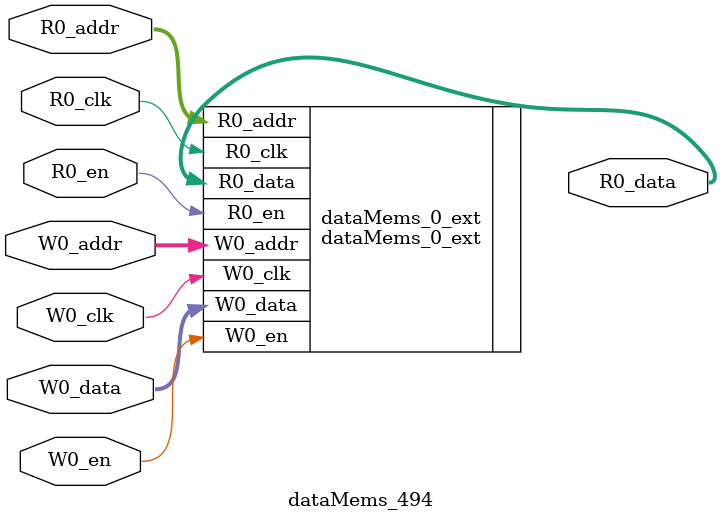
<source format=sv>
`ifndef RANDOMIZE
  `ifdef RANDOMIZE_REG_INIT
    `define RANDOMIZE
  `endif // RANDOMIZE_REG_INIT
`endif // not def RANDOMIZE
`ifndef RANDOMIZE
  `ifdef RANDOMIZE_MEM_INIT
    `define RANDOMIZE
  `endif // RANDOMIZE_MEM_INIT
`endif // not def RANDOMIZE

`ifndef RANDOM
  `define RANDOM $random
`endif // not def RANDOM

// Users can define 'PRINTF_COND' to add an extra gate to prints.
`ifndef PRINTF_COND_
  `ifdef PRINTF_COND
    `define PRINTF_COND_ (`PRINTF_COND)
  `else  // PRINTF_COND
    `define PRINTF_COND_ 1
  `endif // PRINTF_COND
`endif // not def PRINTF_COND_

// Users can define 'ASSERT_VERBOSE_COND' to add an extra gate to assert error printing.
`ifndef ASSERT_VERBOSE_COND_
  `ifdef ASSERT_VERBOSE_COND
    `define ASSERT_VERBOSE_COND_ (`ASSERT_VERBOSE_COND)
  `else  // ASSERT_VERBOSE_COND
    `define ASSERT_VERBOSE_COND_ 1
  `endif // ASSERT_VERBOSE_COND
`endif // not def ASSERT_VERBOSE_COND_

// Users can define 'STOP_COND' to add an extra gate to stop conditions.
`ifndef STOP_COND_
  `ifdef STOP_COND
    `define STOP_COND_ (`STOP_COND)
  `else  // STOP_COND
    `define STOP_COND_ 1
  `endif // STOP_COND
`endif // not def STOP_COND_

// Users can define INIT_RANDOM as general code that gets injected into the
// initializer block for modules with registers.
`ifndef INIT_RANDOM
  `define INIT_RANDOM
`endif // not def INIT_RANDOM

// If using random initialization, you can also define RANDOMIZE_DELAY to
// customize the delay used, otherwise 0.002 is used.
`ifndef RANDOMIZE_DELAY
  `define RANDOMIZE_DELAY 0.002
`endif // not def RANDOMIZE_DELAY

// Define INIT_RANDOM_PROLOG_ for use in our modules below.
`ifndef INIT_RANDOM_PROLOG_
  `ifdef RANDOMIZE
    `ifdef VERILATOR
      `define INIT_RANDOM_PROLOG_ `INIT_RANDOM
    `else  // VERILATOR
      `define INIT_RANDOM_PROLOG_ `INIT_RANDOM #`RANDOMIZE_DELAY begin end
    `endif // VERILATOR
  `else  // RANDOMIZE
    `define INIT_RANDOM_PROLOG_
  `endif // RANDOMIZE
`endif // not def INIT_RANDOM_PROLOG_

// Include register initializers in init blocks unless synthesis is set
`ifndef SYNTHESIS
  `ifndef ENABLE_INITIAL_REG_
    `define ENABLE_INITIAL_REG_
  `endif // not def ENABLE_INITIAL_REG_
`endif // not def SYNTHESIS

// Include rmemory initializers in init blocks unless synthesis is set
`ifndef SYNTHESIS
  `ifndef ENABLE_INITIAL_MEM_
    `define ENABLE_INITIAL_MEM_
  `endif // not def ENABLE_INITIAL_MEM_
`endif // not def SYNTHESIS

module dataMems_494(	// @[generators/ara/src/main/scala/UnsafeAXI4ToTL.scala:365:62]
  input  [4:0]  R0_addr,
  input         R0_en,
  input         R0_clk,
  output [66:0] R0_data,
  input  [4:0]  W0_addr,
  input         W0_en,
  input         W0_clk,
  input  [66:0] W0_data
);

  dataMems_0_ext dataMems_0_ext (	// @[generators/ara/src/main/scala/UnsafeAXI4ToTL.scala:365:62]
    .R0_addr (R0_addr),
    .R0_en   (R0_en),
    .R0_clk  (R0_clk),
    .R0_data (R0_data),
    .W0_addr (W0_addr),
    .W0_en   (W0_en),
    .W0_clk  (W0_clk),
    .W0_data (W0_data)
  );
endmodule


</source>
